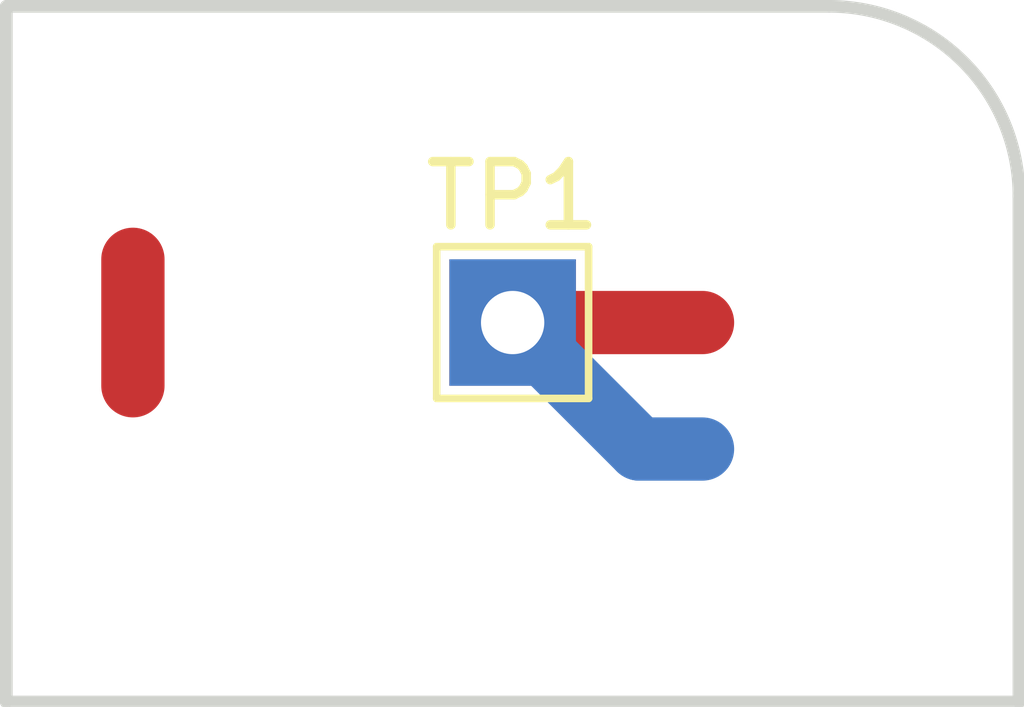
<source format=kicad_pcb>
(kicad_pcb (version 20211014) (generator pcbnew)
  (title_block (title "Simple Plotting Test") (date "2018-06-04") (rev "A") (company "KiPlot - KiCad Plotting Driver"))
  (layers (0 "F.Cu" signal) (31 "B.Cu" signal) (34 "B.Paste" user) (35 "F.Paste" user) (36 "B.SilkS" user "B.Silkscreen") (37 "F.SilkS" user "F.Silkscreen") (38 "B.Mask" user) (39 "F.Mask" user) (44 "Edge.Cuts" user))
  (net 0 "")
  (footprint "TestPoint:TestPoint_THTPad_2.0x2.0mm_Drill1.0mm" (layer "F.Cu") (at 140 100)
    (fp_text reference "TP1" (at 0 -2) (layer "F.SilkS"))
    (fp_text value "TestPoint2mm")
    (fp_line (start -1.2 -1.2) (end 1.2 -1.2) (layer "F.SilkS") (width 0.12))
    (fp_line (start 1.2 -1.2) (end 1.2 1.2) (layer "F.SilkS") (width 0.12))
    (fp_line (start 1.2 1.2) (end -1.2 1.2) (layer "F.SilkS") (width 0.12))
    (fp_line (start -1.2 1.2) (end -1.2 -1.2) (layer "F.SilkS") (width 0.12))
    (pad "1" thru_hole rect locked (at 0 0) (size 2 2) (drill 1) (layers *.Cu *.Mask))
  )
  (gr_line (start 145 95) (end 132 95) (layer "Edge.Cuts") (width 0.2))
  (gr_line (start 132 95) (end 132 106) (layer "Edge.Cuts") (width 0.2))
  (gr_line (start 148 106) (end 148 98) (layer "Edge.Cuts") (width 0.2))
  (gr_arc (start 145 95) (mid 147.12132 95.87868) (end 148 98) (layer "Edge.Cuts") (width 0.2))
  (gr_line (start 132 106) (end 148 106) (layer "Edge.Cuts") (width 0.2))
  (segment (start 140 100) (end 143 100) (width 1) (layer "F.Cu") (net 0))
  (segment (start 134 99) (end 134 101) (width 1) (layer "F.Cu") (net 0))
  (segment (start 142 102) (end 143 102) (width 1) (layer "B.Cu") (net 0))
  (segment (start 140 100) (end 142 102) (width 1) (layer "B.Cu") (net 0))
)
</source>
